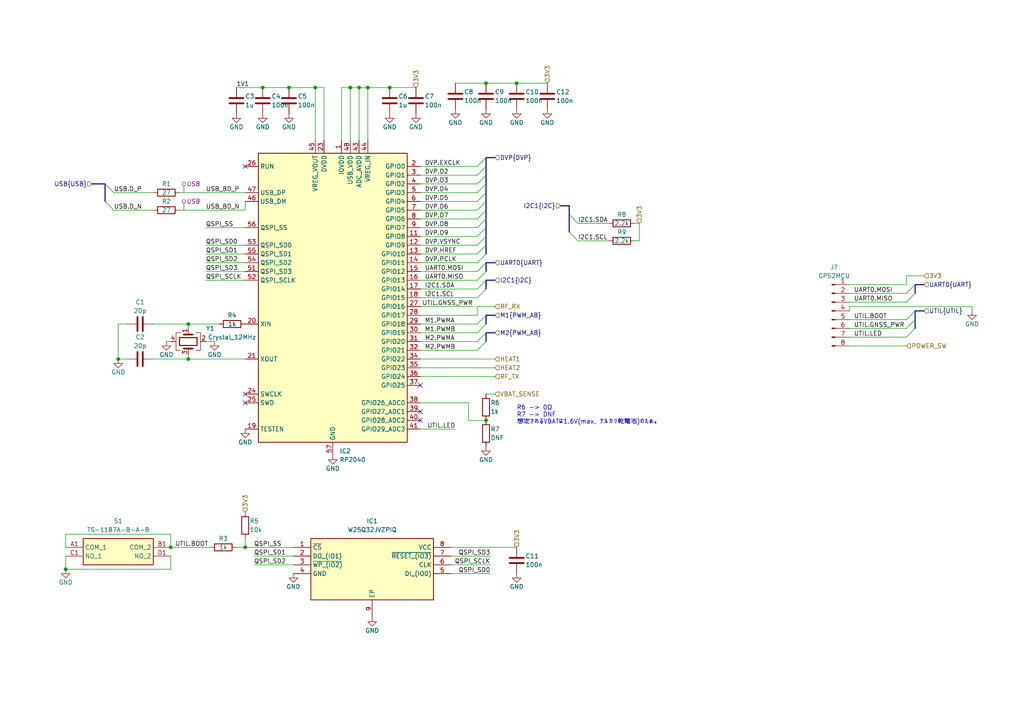
<source format=kicad_sch>
(kicad_sch (version 20230121) (generator eeschema)
  (paper "A4")
  (lib_symbols
    (symbol "Connector:Conn_01x08_Pin" (pin_names (offset 1.016) hide)
      (property "Reference" "J" (at 0 10.16 0))
      (property "Value" "Conn_01x08_Pin" (at 0 -12.7 0))
      (symbol "Conn_01x08_Pin_1_1"
        (polyline (pts (xy 1.27 -10.16) (xy 0.8636 -10.16)) (stroke (width 0.1524)))
        (polyline (pts (xy 1.27 -7.62) (xy 0.8636 -7.62)) (stroke (width 0.1524)))
        (polyline (pts (xy 1.27 -5.08) (xy 0.8636 -5.08)) (stroke (width 0.1524)))
        (polyline (pts (xy 1.27 -2.54) (xy 0.8636 -2.54)) (stroke (width 0.1524)))
        (polyline (pts (xy 1.27 0) (xy 0.8636 0)) (stroke (width 0.1524)))
        (polyline (pts (xy 1.27 2.54) (xy 0.8636 2.54)) (stroke (width 0.1524)))
        (polyline (pts (xy 1.27 5.08) (xy 0.8636 5.08)) (stroke (width 0.1524)))
        (polyline (pts (xy 1.27 7.62) (xy 0.8636 7.62)) (stroke (width 0.1524)))
        (rectangle (start 0.8636 -10.033) (end 0 -10.287) (stroke (width 0.1524)) (fill (type outline)))
        (rectangle (start 0.8636 -7.493) (end 0 -7.747) (stroke (width 0.1524)) (fill (type outline)))
        (rectangle (start 0.8636 -4.953) (end 0 -5.207) (stroke (width 0.1524)) (fill (type outline)))
        (rectangle (start 0.8636 -2.413) (end 0 -2.667) (stroke (width 0.1524)) (fill (type outline)))
        (rectangle (start 0.8636 0.127) (end 0 -0.127) (stroke (width 0.1524)) (fill (type outline)))
        (rectangle (start 0.8636 2.667) (end 0 2.413) (stroke (width 0.1524)) (fill (type outline)))
        (rectangle (start 0.8636 5.207) (end 0 4.953) (stroke (width 0.1524)) (fill (type outline)))
        (rectangle (start 0.8636 7.747) (end 0 7.493) (stroke (width 0.1524)) (fill (type outline)))
        (pin passive line (at 5.08 7.62 180) (length 3.81) (name "Pin_1") (number "1"))
        (pin passive line (at 5.08 5.08 180) (length 3.81) (name "Pin_2") (number "2"))
        (pin passive line (at 5.08 2.54 180) (length 3.81) (name "Pin_3") (number "3"))
        (pin passive line (at 5.08 0 180) (length 3.81) (name "Pin_4") (number "4"))
        (pin passive line (at 5.08 -2.54 180) (length 3.81) (name "Pin_5") (number "5"))
        (pin passive line (at 5.08 -5.08 180) (length 3.81) (name "Pin_6") (number "6"))
        (pin passive line (at 5.08 -7.62 180) (length 3.81) (name "Pin_7") (number "7"))
        (pin passive line (at 5.08 -10.16 180) (length 3.81) (name "Pin_8") (number "8"))
      )
    )
    (symbol "Device:C" (pin_numbers hide) (pin_names (offset 0.254))
      (property "Reference" "C" (at 0.635 2.54 0))
      (property "Value" "C" (at 0.635 -2.54 0))
      (symbol "C_0_1"
        (polyline (pts (xy -2.032 -0.762) (xy 2.032 -0.762)) (stroke (width 0.508)))
        (polyline (pts (xy -2.032 0.762) (xy 2.032 0.762)) (stroke (width 0.508)))
      )
      (symbol "C_1_1"
        (pin passive line (at 0 3.81 270) (length 2.794) (name "~") (number "1"))
        (pin passive line (at 0 -3.81 90) (length 2.794) (name "~") (number "2"))
      )
    )
    (symbol "Device:Crystal_GND24" (pin_names (offset 1.016) hide)
      (property "Reference" "Y" (at 3.175 5.08 0))
      (property "Value" "Crystal_GND24" (at 3.175 3.175 0))
      (symbol "Crystal_GND24_0_1"
        (rectangle (start -1.143 2.54) (end 1.143 -2.54) (stroke (width 0.3048)))
        (polyline (pts (xy -2.54 0) (xy -2.032 0)))
        (polyline (pts (xy -2.032 -1.27) (xy -2.032 1.27)) (stroke (width 0.508)))
        (polyline (pts (xy 0 -3.81) (xy 0 -3.556)))
        (polyline (pts (xy 0 3.556) (xy 0 3.81)))
        (polyline (pts (xy 2.032 -1.27) (xy 2.032 1.27)) (stroke (width 0.508)))
        (polyline (pts (xy 2.032 0) (xy 2.54 0)))
        (polyline (pts (xy -2.54 -2.286) (xy -2.54 -3.556) (xy 2.54 -3.556) (xy 2.54 -2.286)))
        (polyline (pts (xy -2.54 2.286) (xy -2.54 3.556) (xy 2.54 3.556) (xy 2.54 2.286)))
      )
      (symbol "Crystal_GND24_1_1"
        (pin passive line (at -3.81 0 0) (length 1.27) (name "1") (number "1"))
        (pin passive line (at 0 5.08 270) (length 1.27) (name "2") (number "2"))
        (pin passive line (at 3.81 0 180) (length 1.27) (name "3") (number "3"))
        (pin passive line (at 0 -5.08 90) (length 1.27) (name "4") (number "4"))
      )
    )
    (symbol "Device:R" (pin_numbers hide) (pin_names (offset 0))
      (property "Reference" "R" (at 2.032 0 90))
      (property "Value" "R" (at 0 0 90))
      (symbol "R_0_1"
        (rectangle (start -1.016 -2.54) (end 1.016 2.54) (stroke (width 0.254)))
      )
      (symbol "R_1_1"
        (pin passive line (at 0 3.81 270) (length 1.27) (name "~") (number "1"))
        (pin passive line (at 0 -3.81 90) (length 1.27) (name "~") (number "2"))
      )
    )
    (symbol "MCU_RaspberryPi:RP2040"
      (property "Reference" "U" (at 17.78 45.72 0))
      (property "Value" "RP2040" (at 17.78 43.18 0))
      (symbol "RP2040_0_1"
        (rectangle (start -21.59 41.91) (end 21.59 -41.91) (stroke (width 0.254)) (fill (type background)))
      )
      (symbol "RP2040_1_1"
        (pin power_in line (at 2.54 45.72 270) (length 3.81) (name "IOVDD") (number "1"))
        (pin passive line (at 2.54 45.72 270) (length 3.81) hide (name "IOVDD") (number "10"))
        (pin bidirectional line (at 25.4 17.78 180) (length 3.81) (name "GPIO8") (number "11"))
        (pin bidirectional line (at 25.4 15.24 180) (length 3.81) (name "GPIO9") (number "12"))
        (pin bidirectional line (at 25.4 12.7 180) (length 3.81) (name "GPIO10") (number "13"))
        (pin bidirectional line (at 25.4 10.16 180) (length 3.81) (name "GPIO11") (number "14"))
        (pin bidirectional line (at 25.4 7.62 180) (length 3.81) (name "GPIO12") (number "15"))
        (pin bidirectional line (at 25.4 5.08 180) (length 3.81) (name "GPIO13") (number "16"))
        (pin bidirectional line (at 25.4 2.54 180) (length 3.81) (name "GPIO14") (number "17"))
        (pin bidirectional line (at 25.4 0 180) (length 3.81) (name "GPIO15") (number "18"))
        (pin input line (at -25.4 -38.1 0) (length 3.81) (name "TESTEN") (number "19"))
        (pin bidirectional line (at 25.4 38.1 180) (length 3.81) (name "GPIO0") (number "2"))
        (pin input line (at -25.4 -7.62 0) (length 3.81) (name "XIN") (number "20"))
        (pin passive line (at -25.4 -17.78 0) (length 3.81) (name "XOUT") (number "21"))
        (pin passive line (at 2.54 45.72 270) (length 3.81) hide (name "IOVDD") (number "22"))
        (pin power_in line (at -2.54 45.72 270) (length 3.81) (name "DVDD") (number "23"))
        (pin input line (at -25.4 -27.94 0) (length 3.81) (name "SWCLK") (number "24"))
        (pin bidirectional line (at -25.4 -30.48 0) (length 3.81) (name "SWD") (number "25"))
        (pin input line (at -25.4 38.1 0) (length 3.81) (name "RUN") (number "26"))
        (pin bidirectional line (at 25.4 -2.54 180) (length 3.81) (name "GPIO16") (number "27"))
        (pin bidirectional line (at 25.4 -5.08 180) (length 3.81) (name "GPIO17") (number "28"))
        (pin bidirectional line (at 25.4 -7.62 180) (length 3.81) (name "GPIO18") (number "29"))
        (pin bidirectional line (at 25.4 35.56 180) (length 3.81) (name "GPIO1") (number "3"))
        (pin bidirectional line (at 25.4 -10.16 180) (length 3.81) (name "GPIO19") (number "30"))
        (pin bidirectional line (at 25.4 -12.7 180) (length 3.81) (name "GPIO20") (number "31"))
        (pin bidirectional line (at 25.4 -15.24 180) (length 3.81) (name "GPIO21") (number "32"))
        (pin passive line (at 2.54 45.72 270) (length 3.81) hide (name "IOVDD") (number "33"))
        (pin bidirectional line (at 25.4 -17.78 180) (length 3.81) (name "GPIO22") (number "34"))
        (pin bidirectional line (at 25.4 -20.32 180) (length 3.81) (name "GPIO23") (number "35"))
        (pin bidirectional line (at 25.4 -22.86 180) (length 3.81) (name "GPIO24") (number "36"))
        (pin bidirectional line (at 25.4 -25.4 180) (length 3.81) (name "GPIO25") (number "37"))
        (pin bidirectional line (at 25.4 -30.48 180) (length 3.81) (name "GPIO26_ADC0") (number "38"))
        (pin bidirectional line (at 25.4 -33.02 180) (length 3.81) (name "GPIO27_ADC1") (number "39"))
        (pin bidirectional line (at 25.4 33.02 180) (length 3.81) (name "GPIO2") (number "4"))
        (pin bidirectional line (at 25.4 -35.56 180) (length 3.81) (name "GPIO28_ADC2") (number "40"))
        (pin bidirectional line (at 25.4 -38.1 180) (length 3.81) (name "GPIO29_ADC3") (number "41"))
        (pin passive line (at 2.54 45.72 270) (length 3.81) hide (name "IOVDD") (number "42"))
        (pin power_in line (at 7.62 45.72 270) (length 3.81) (name "ADC_AVDD") (number "43"))
        (pin power_in line (at 10.16 45.72 270) (length 3.81) (name "VREG_IN") (number "44"))
        (pin power_out line (at -5.08 45.72 270) (length 3.81) (name "VREG_VOUT") (number "45"))
        (pin bidirectional line (at -25.4 27.94 0) (length 3.81) (name "USB_DM") (number "46"))
        (pin bidirectional line (at -25.4 30.48 0) (length 3.81) (name "USB_DP") (number "47"))
        (pin power_in line (at 5.08 45.72 270) (length 3.81) (name "USB_VDD") (number "48"))
        (pin passive line (at 2.54 45.72 270) (length 3.81) hide (name "IOVDD") (number "49"))
        (pin bidirectional line (at 25.4 30.48 180) (length 3.81) (name "GPIO3") (number "5"))
        (pin passive line (at -2.54 45.72 270) (length 3.81) hide (name "DVDD") (number "50"))
        (pin bidirectional line (at -25.4 7.62 0) (length 3.81) (name "QSPI_SD3") (number "51"))
        (pin output line (at -25.4 5.08 0) (length 3.81) (name "QSPI_SCLK") (number "52"))
        (pin bidirectional line (at -25.4 15.24 0) (length 3.81) (name "QSPI_SD0") (number "53"))
        (pin bidirectional line (at -25.4 10.16 0) (length 3.81) (name "QSPI_SD2") (number "54"))
        (pin bidirectional line (at -25.4 12.7 0) (length 3.81) (name "QSPI_SD1") (number "55"))
        (pin bidirectional line (at -25.4 20.32 0) (length 3.81) (name "QSPI_SS") (number "56"))
        (pin power_in line (at 0 -45.72 90) (length 3.81) (name "GND") (number "57"))
        (pin bidirectional line (at 25.4 27.94 180) (length 3.81) (name "GPIO4") (number "6"))
        (pin bidirectional line (at 25.4 25.4 180) (length 3.81) (name "GPIO5") (number "7"))
        (pin bidirectional line (at 25.4 22.86 180) (length 3.81) (name "GPIO6") (number "8"))
        (pin bidirectional line (at 25.4 20.32 180) (length 3.81) (name "GPIO7") (number "9"))
      )
    )
    (symbol "SamacSys_Parts:TS-1187A-B-A-B"
      (property "Reference" "S" (at 26.67 7.62 0))
      (property "Value" "TS-1187A-B-A-B" (at 26.67 5.08 0))
      (symbol "TS-1187A-B-A-B_1_1"
        (rectangle (start 5.08 2.54) (end 25.4 -5.08) (stroke (width 0.254)) (fill (type background)))
        (pin passive line (at 0 0 0) (length 5.08) (name "COM_1") (number "A1"))
        (pin passive line (at 30.48 0 180) (length 5.08) (name "COM_2") (number "B1"))
        (pin passive line (at 0 -2.54 0) (length 5.08) (name "NO_1") (number "C1"))
        (pin passive line (at 30.48 -2.54 180) (length 5.08) (name "NO_2") (number "D1"))
      )
    )
    (symbol "SamacSys_Parts:W25Q32JVZPIQ"
      (property "Reference" "IC" (at 41.91 7.62 0))
      (property "Value" "W25Q32JVZPIQ" (at 41.91 5.08 0))
      (symbol "W25Q32JVZPIQ_1_1"
        (rectangle (start 5.08 2.54) (end 40.64 -15.24) (stroke (width 0.254)) (fill (type background)))
        (pin passive line (at 0 0 0) (length 5.08) (name "~{CS}") (number "1"))
        (pin passive line (at 0 -2.54 0) (length 5.08) (name "DO_(IO1)") (number "2"))
        (pin passive line (at 0 -5.08 0) (length 5.08) (name "~{WP_(IO2)}") (number "3"))
        (pin passive line (at 0 -7.62 0) (length 5.08) (name "GND") (number "4"))
        (pin passive line (at 45.72 -7.62 180) (length 5.08) (name "DI_(IO0)") (number "5"))
        (pin passive line (at 45.72 -5.08 180) (length 5.08) (name "CLK") (number "6"))
        (pin passive line (at 45.72 -2.54 180) (length 5.08) (name "~{RESET_(IO3)}") (number "7"))
        (pin passive line (at 45.72 0 180) (length 5.08) (name "VCC") (number "8"))
        (pin passive line (at 22.86 -20.32 90) (length 5.08) (name "EP") (number "9"))
      )
    )
    (symbol "power:GND" (power) (pin_names (offset 0))
      (property "Value" "GND" (at 0 -3.81 0))
      (symbol "GND_0_1"
        (polyline (pts (xy 0 0) (xy 0 -1.27) (xy 1.27 -1.27) (xy 0 -2.54) (xy -1.27 -1.27) (xy 0 -1.27)))
      )
      (symbol "GND_1_1"
        (pin power_in line (at 0 0 270) (length 0) hide (name "GND") (number "1"))
      )
    )
  )
  (bus_alias "DVP" (members "D[2..9]" "VSYNC" "HREF" "PCLK" "EXCLK"))
  (bus_alias "PWM_AB" (members "PWMA" "PWMB"))
  (bus_alias "UART" (members "MISO" "MOSI"))
  (bus_alias "UTIL" (members "BOOT" "GNSS_PWR" "LED"))
  (junction (at 106.68 25.4))
  (junction (at 54.61 104.14))
  (junction (at 83.82 25.4))
  (junction (at 140.97 24.13))
  (junction (at 49.53 158.75))
  (junction (at 19.05 165.1))
  (junction (at 104.14 25.4))
  (junction (at 76.2 25.4))
  (junction (at 140.97 121.92))
  (junction (at 71.12 158.75))
  (junction (at 34.29 104.14))
  (junction (at 149.86 24.13))
  (junction (at 91.44 25.4))
  (junction (at 113.03 25.4))
  (junction (at 54.61 93.98))
  (junction (at 101.6 25.4))
  (no_connect (at 121.92 111.76))
  (no_connect (at 121.92 119.38))
  (no_connect (at 71.12 116.84))
  (no_connect (at 71.12 114.3))
  (no_connect (at 71.12 48.26))
  (no_connect (at 121.92 121.92))
  (bus_entry (at 138.43 63.5) (size 2.54 -2.54))
  (bus_entry (at 262.89 92.71) (size 2.54 -2.54))
  (bus_entry (at 138.43 71.12) (size 2.54 -2.54))
  (bus_entry (at 138.43 83.82) (size 2.54 -2.54))
  (bus_entry (at 30.48 58.42) (size 2.54 2.54))
  (bus_entry (at 30.48 53.34) (size 2.54 2.54))
  (bus_entry (at 138.43 86.36) (size 2.54 -2.54))
  (bus_entry (at 138.43 78.74) (size 2.54 -2.54))
  (bus_entry (at 262.89 97.79) (size 2.54 -2.54))
  (bus_entry (at 138.43 48.26) (size 2.54 -2.54))
  (bus_entry (at 138.43 99.06) (size 2.54 -2.54))
  (bus_entry (at 138.43 68.58) (size 2.54 -2.54))
  (bus_entry (at 167.64 64.77) (size -2.54 -2.54))
  (bus_entry (at 138.43 81.28) (size 2.54 -2.54))
  (bus_entry (at 262.89 85.09) (size 2.54 -2.54))
  (bus_entry (at 138.43 93.98) (size 2.54 -2.54))
  (bus_entry (at 138.43 58.42) (size 2.54 -2.54))
  (bus_entry (at 138.43 53.34) (size 2.54 -2.54))
  (bus_entry (at 138.43 101.6) (size 2.54 -2.54))
  (bus_entry (at 138.43 76.2) (size 2.54 -2.54))
  (bus_entry (at 262.89 87.63) (size 2.54 -2.54))
  (bus_entry (at 262.89 95.25) (size 2.54 -2.54))
  (bus_entry (at 138.43 50.8) (size 2.54 -2.54))
  (bus_entry (at 167.64 69.85) (size -2.54 -2.54))
  (bus_entry (at 138.43 55.88) (size 2.54 -2.54))
  (bus_entry (at 138.43 60.96) (size 2.54 -2.54))
  (bus_entry (at 138.43 73.66) (size 2.54 -2.54))
  (bus_entry (at 138.43 96.52) (size 2.54 -2.54))
  (bus_entry (at 138.43 66.04) (size 2.54 -2.54))
  (wire (pts (xy 121.92 124.46) (xy 132.08 124.46)))
  (wire (pts (xy 49.53 158.75) (xy 60.96 158.75)))
  (bus (pts (xy 140.97 71.12) (xy 140.97 68.58)))
  (wire (pts (xy 59.69 66.04) (xy 71.12 66.04)))
  (wire (pts (xy 262.89 80.01) (xy 267.97 80.01)))
  (wire (pts (xy 93.98 25.4) (xy 91.44 25.4)))
  (wire (pts (xy 59.69 78.74) (xy 71.12 78.74)))
  (wire (pts (xy 137.16 88.9) (xy 121.92 88.9)))
  (wire (pts (xy 91.44 25.4) (xy 91.44 40.64)))
  (wire (pts (xy 262.89 80.01) (xy 262.89 82.55)))
  (wire (pts (xy 176.53 64.77) (xy 167.64 64.77)))
  (wire (pts (xy 33.02 55.88) (xy 44.45 55.88)))
  (bus (pts (xy 140.97 93.98) (xy 140.97 91.44)))
  (wire (pts (xy 99.06 25.4) (xy 99.06 40.64)))
  (wire (pts (xy 121.92 73.66) (xy 138.43 73.66)))
  (wire (pts (xy 101.6 25.4) (xy 99.06 25.4)))
  (wire (pts (xy 59.69 76.2) (xy 71.12 76.2)))
  (wire (pts (xy 54.61 93.98) (xy 54.61 95.25)))
  (wire (pts (xy 121.92 101.6) (xy 138.43 101.6)))
  (wire (pts (xy 71.12 156.21) (xy 71.12 158.75)))
  (bus (pts (xy 26.67 53.34) (xy 30.48 53.34)))
  (bus (pts (xy 165.1 59.69) (xy 162.56 59.69)))
  (wire (pts (xy 135.89 116.84) (xy 121.92 116.84)))
  (wire (pts (xy 34.29 93.98) (xy 34.29 104.14)))
  (wire (pts (xy 34.29 104.14) (xy 36.83 104.14)))
  (wire (pts (xy 121.92 53.34) (xy 138.43 53.34)))
  (bus (pts (xy 140.97 99.06) (xy 140.97 96.52)))
  (bus (pts (xy 140.97 48.26) (xy 140.97 45.72)))
  (wire (pts (xy 120.65 25.4) (xy 113.03 25.4)))
  (wire (pts (xy 121.92 91.44) (xy 138.43 91.44)))
  (bus (pts (xy 265.43 92.71) (xy 265.43 90.17)))
  (wire (pts (xy 91.44 25.4) (xy 83.82 25.4)))
  (wire (pts (xy 121.92 71.12) (xy 138.43 71.12)))
  (wire (pts (xy 121.92 55.88) (xy 138.43 55.88)))
  (bus (pts (xy 140.97 96.52) (xy 143.51 96.52)))
  (wire (pts (xy 68.58 158.75) (xy 71.12 158.75)))
  (wire (pts (xy 104.14 25.4) (xy 104.14 40.64)))
  (wire (pts (xy 130.81 166.37) (xy 142.24 166.37)))
  (wire (pts (xy 121.92 99.06) (xy 138.43 99.06)))
  (wire (pts (xy 101.6 25.4) (xy 101.6 40.64)))
  (wire (pts (xy 93.98 25.4) (xy 93.98 40.64)))
  (wire (pts (xy 121.92 106.68) (xy 143.51 106.68)))
  (wire (pts (xy 121.92 76.2) (xy 138.43 76.2)))
  (bus (pts (xy 140.97 60.96) (xy 140.97 58.42)))
  (wire (pts (xy 19.05 165.1) (xy 49.53 165.1)))
  (bus (pts (xy 140.97 91.44) (xy 143.51 91.44)))
  (wire (pts (xy 73.66 161.29) (xy 85.09 161.29)))
  (wire (pts (xy 246.38 97.79) (xy 262.89 97.79)))
  (wire (pts (xy 36.83 93.98) (xy 34.29 93.98)))
  (bus (pts (xy 140.97 53.34) (xy 140.97 50.8)))
  (wire (pts (xy 76.2 25.4) (xy 68.58 25.4)))
  (wire (pts (xy 52.07 55.88) (xy 71.12 55.88)))
  (wire (pts (xy 121.92 50.8) (xy 138.43 50.8)))
  (bus (pts (xy 140.97 68.58) (xy 140.97 66.04)))
  (bus (pts (xy 265.43 90.17) (xy 267.97 90.17)))
  (wire (pts (xy 246.38 88.9) (xy 246.38 90.17)))
  (bus (pts (xy 140.97 50.8) (xy 140.97 48.26)))
  (wire (pts (xy 54.61 93.98) (xy 63.5 93.98)))
  (bus (pts (xy 140.97 45.72) (xy 143.51 45.72)))
  (wire (pts (xy 19.05 154.94) (xy 49.53 154.94)))
  (wire (pts (xy 185.42 64.77) (xy 185.42 69.85)))
  (wire (pts (xy 138.43 91.44) (xy 138.43 88.9)))
  (wire (pts (xy 49.53 165.1) (xy 49.53 161.29)))
  (wire (pts (xy 33.02 60.96) (xy 44.45 60.96)))
  (wire (pts (xy 106.68 25.4) (xy 113.03 25.4)))
  (wire (pts (xy 121.92 83.82) (xy 138.43 83.82)))
  (wire (pts (xy 140.97 121.92) (xy 135.89 121.92)))
  (wire (pts (xy 19.05 161.29) (xy 19.05 165.1)))
  (wire (pts (xy 121.92 58.42) (xy 138.43 58.42)))
  (wire (pts (xy 121.92 81.28) (xy 138.43 81.28)))
  (wire (pts (xy 130.81 161.29) (xy 142.24 161.29)))
  (bus (pts (xy 30.48 58.42) (xy 30.48 53.34)))
  (wire (pts (xy 48.26 99.06) (xy 49.53 99.06)))
  (wire (pts (xy 121.92 60.96) (xy 138.43 60.96)))
  (wire (pts (xy 59.69 81.28) (xy 71.12 81.28)))
  (wire (pts (xy 106.68 25.4) (xy 106.68 40.64)))
  (wire (pts (xy 149.86 158.75) (xy 130.81 158.75)))
  (bus (pts (xy 265.43 95.25) (xy 265.43 92.71)))
  (wire (pts (xy 246.38 100.33) (xy 262.89 100.33)))
  (wire (pts (xy 52.07 60.96) (xy 71.12 60.96)))
  (bus (pts (xy 140.97 83.82) (xy 140.97 81.28)))
  (wire (pts (xy 19.05 158.75) (xy 19.05 154.94)))
  (wire (pts (xy 121.92 68.58) (xy 138.43 68.58)))
  (wire (pts (xy 71.12 60.96) (xy 71.12 58.42)))
  (bus (pts (xy 140.97 78.74) (xy 140.97 76.2)))
  (wire (pts (xy 121.92 96.52) (xy 138.43 96.52)))
  (wire (pts (xy 262.89 82.55) (xy 246.38 82.55)))
  (wire (pts (xy 49.53 154.94) (xy 49.53 158.75)))
  (bus (pts (xy 265.43 82.55) (xy 267.97 82.55)))
  (wire (pts (xy 62.23 99.06) (xy 59.69 99.06)))
  (wire (pts (xy 121.92 109.22) (xy 143.51 109.22)))
  (wire (pts (xy 83.82 25.4) (xy 76.2 25.4)))
  (wire (pts (xy 104.14 25.4) (xy 101.6 25.4)))
  (bus (pts (xy 140.97 58.42) (xy 140.97 55.88)))
  (wire (pts (xy 140.97 24.13) (xy 149.86 24.13)))
  (wire (pts (xy 54.61 104.14) (xy 71.12 104.14)))
  (wire (pts (xy 246.38 95.25) (xy 262.89 95.25)))
  (wire (pts (xy 44.45 104.14) (xy 54.61 104.14)))
  (wire (pts (xy 71.12 158.75) (xy 85.09 158.75)))
  (wire (pts (xy 140.97 24.13) (xy 132.08 24.13)))
  (wire (pts (xy 176.53 69.85) (xy 167.64 69.85)))
  (wire (pts (xy 135.89 121.92) (xy 135.89 116.84)))
  (wire (pts (xy 138.43 88.9) (xy 143.51 88.9)))
  (wire (pts (xy 281.94 88.9) (xy 246.38 88.9)))
  (bus (pts (xy 140.97 76.2) (xy 143.51 76.2)))
  (wire (pts (xy 246.38 87.63) (xy 262.89 87.63)))
  (wire (pts (xy 281.94 88.9) (xy 281.94 90.17)))
  (bus (pts (xy 140.97 66.04) (xy 140.97 63.5)))
  (bus (pts (xy 165.1 62.23) (xy 165.1 59.69)))
  (wire (pts (xy 130.81 163.83) (xy 142.24 163.83)))
  (bus (pts (xy 140.97 55.88) (xy 140.97 53.34)))
  (wire (pts (xy 121.92 48.26) (xy 138.43 48.26)))
  (wire (pts (xy 54.61 102.87) (xy 54.61 104.14)))
  (wire (pts (xy 121.92 66.04) (xy 138.43 66.04)))
  (bus (pts (xy 140.97 73.66) (xy 140.97 71.12)))
  (wire (pts (xy 143.51 104.14) (xy 121.92 104.14)))
  (wire (pts (xy 121.92 63.5) (xy 138.43 63.5)))
  (wire (pts (xy 73.66 163.83) (xy 85.09 163.83)))
  (wire (pts (xy 184.15 69.85) (xy 185.42 69.85)))
  (wire (pts (xy 59.69 71.12) (xy 71.12 71.12)))
  (wire (pts (xy 59.69 73.66) (xy 71.12 73.66)))
  (wire (pts (xy 143.51 114.3) (xy 140.97 114.3)))
  (wire (pts (xy 104.14 25.4) (xy 106.68 25.4)))
  (wire (pts (xy 121.92 78.74) (xy 138.43 78.74)))
  (bus (pts (xy 140.97 63.5) (xy 140.97 60.96)))
  (wire (pts (xy 44.45 93.98) (xy 54.61 93.98)))
  (bus (pts (xy 140.97 81.28) (xy 143.51 81.28)))
  (bus (pts (xy 265.43 85.09) (xy 265.43 82.55)))
  (wire (pts (xy 246.38 92.71) (xy 262.89 92.71)))
  (wire (pts (xy 185.42 64.77) (xy 184.15 64.77)))
  (wire (pts (xy 121.92 86.36) (xy 138.43 86.36)))
  (bus (pts (xy 165.1 67.31) (xy 165.1 62.23)))
  (wire (pts (xy 149.86 24.13) (xy 158.75 24.13)))
  (wire (pts (xy 246.38 85.09) (xy 262.89 85.09)))
  (wire (pts (xy 121.92 93.98) (xy 138.43 93.98)))
  (text "R6 -> 0Ω\nR7 -> DNF\n想定されるVBATは1.6V(max, アルカリ乾電池)のため。" (at 149.86 123.19 0) (effects (font (size 1.27 1.27)) (justify left bottom)))
  (label "QSPI_SS" (at 73.66 158.75 0))
  (label "UTIL.LED" (at 247.65 97.79 0))
  (label "QSPI_SD3" (at 142.24 161.29 180))
  (label "USB_BD_N" (at 59.69 60.96 0))
  (label "M1.PWMA" (at 123.19 93.98 0))
  (label "UTIL.BOOT" (at 247.65 92.71 0))
  (label "QSPI_SCLK" (at 142.24 163.83 180))
  (label "USB.D_N" (at 33.02 60.96 0))
  (label "QSPI_SD3" (at 59.69 78.74 0))
  (label "DVP.HREF" (at 123.19 73.66 0))
  (label "I2C1.SDA" (at 167.64 64.77 0))
  (label "UART0.MISO" (at 247.65 87.63 0))
  (label "DVP.D3" (at 123.19 53.34 0))
  (label "UTIL.LED" (at 132.08 124.46 180))
  (label "UTIL.GNSS_PWR" (at 247.65 95.25 0))
  (label "DVP.EXCLK" (at 123.19 48.26 0))
  (label "UTIL.BOOT" (at 50.8 158.75 0))
  (label "QSPI_SD0" (at 59.69 71.12 0))
  (label "USB.D_P" (at 33.02 55.88 0))
  (label "DVP.D7" (at 123.19 63.5 0))
  (label "DVP.D9" (at 123.19 68.58 0))
  (label "UART0.MISO" (at 123.19 81.28 0))
  (label "QSPI_SS" (at 59.69 66.04 0))
  (label "1V1" (at 68.58 25.4 0))
  (label "I2C1.SCL" (at 167.64 69.85 0))
  (label "UART0.MOSI" (at 123.19 78.74 0))
  (label "DVP.D4" (at 123.19 55.88 0))
  (label "I2C1.SCL" (at 123.19 86.36 0))
  (label "DVP.D8" (at 123.19 66.04 0))
  (label "M2.PWMB" (at 123.19 101.6 0))
  (label "DVP.VSYNC" (at 123.19 71.12 0))
  (label "UART0.MOSI" (at 247.65 85.09 0))
  (label "QSPI_SD2" (at 59.69 76.2 0))
  (label "QSPI_SD2" (at 73.66 163.83 0))
  (label "UTIL.GNSS_PWR" (at 137.16 88.9 180))
  (label "QSPI_SCLK" (at 59.69 81.28 0))
  (label "M1.PWMB" (at 123.19 96.52 0))
  (label "M2.PWMA" (at 123.19 99.06 0))
  (label "USB_BD_P" (at 59.69 55.88 0))
  (label "QSPI_SD1" (at 73.66 161.29 0))
  (label "QSPI_SD0" (at 142.24 166.37 180))
  (label "I2C1.SDA" (at 123.19 83.82 0))
  (label "DVP.D2" (at 123.19 50.8 0))
  (label "DVP.D5" (at 123.19 58.42 0))
  (label "DVP.PCLK" (at 123.19 76.2 0))
  (label "DVP.D6" (at 123.19 60.96 0))
  (label "QSPI_SD1" (at 59.69 73.66 0))
  (hierarchical_label "UART0{UART}" (shape input) (at 267.97 82.55 0))
  (hierarchical_label "USB{USB}" (shape input) (at 26.67 53.34 180))
  (hierarchical_label "3V3" (shape input) (at 267.97 80.01 0))
  (hierarchical_label "UART0{UART}" (shape input) (at 143.51 76.2 0))
  (hierarchical_label "3V3" (shape input) (at 120.65 25.4 90))
  (hierarchical_label "3V3" (shape input) (at 149.86 158.75 90))
  (hierarchical_label "3V3" (shape input) (at 158.75 24.13 90))
  (hierarchical_label "HEAT1" (shape input) (at 143.51 104.14 0))
  (hierarchical_label "UTIL{UTIL}" (shape input) (at 267.97 90.17 0))
  (hierarchical_label "3V3" (shape input) (at 185.42 64.77 90))
  (hierarchical_label "M2{PWM_AB}" (shape input) (at 143.51 96.52 0))
  (hierarchical_label "DVP{DVP}" (shape input) (at 143.51 45.72 0))
  (hierarchical_label "3V3" (shape input) (at 71.12 148.59 90))
  (hierarchical_label "VBAT_SENSE" (shape input) (at 143.51 114.3 0))
  (hierarchical_label "RF_RX" (shape input) (at 143.51 88.9 0))
  (hierarchical_label "HEAT2" (shape input) (at 143.51 106.68 0))
  (hierarchical_label "I2C1{I2C}" (shape input) (at 162.56 59.69 180))
  (hierarchical_label "M1{PWM_AB}" (shape input) (at 143.51 91.44 0))
  (hierarchical_label "RF_TX" (shape input) (at 143.51 109.22 0))
  (hierarchical_label "I2C1{I2C}" (shape input) (at 143.51 81.28 0))
  (hierarchical_label "POWER_SW" (shape input) (at 262.89 100.33 0))
  (netclass_flag "" (length 2.54) (shape round) (at 53.34 60.96 0) (property "Netclass" "USB" (at 54.0385 58.42 0) (effects (font italic) (justify left))))
  (netclass_flag "" (length 2.54) (shape round) (at 53.34 55.88 0) (property "Netclass" "USB" (at 54.0385 53.34 0) (effects (font italic) (justify left))))
  (symbol (lib_id "power:GND") (at 149.86 31.75 0) (unit 1)
    (property "Reference" "#PWR019" (effects hide))
    (property "Value" "GND" (at 149.86 35.56 0))
  )
  (symbol (lib_id "Device:C") (at 158.75 27.94 0) (unit 1)
    (property "Reference" "C12" (at 161.29 26.67 0) (effects (justify left)))
    (property "Value" "100n" (at 161.29 29.21 0) (effects (justify left)))
    (property "Footprint" "Capacitor_SMD:C_0402_1005Metric" (effects hide))
    (property "LCSC" "C83056" (effects hide))
  )
  (symbol (lib_id "Device:R") (at 140.97 125.73 0) (unit 1)
    (property "Reference" "R7" (at 142.24 124.46 0) (effects (justify left)))
    (property "Value" "DNF" (at 142.24 127 0) (effects (justify left)))
    (property "Footprint" "Resistor_SMD:R_0402_1005Metric" (effects hide))
    (property "LCSC" "C2906885" (effects hide))
  )
  (symbol (lib_id "power:GND") (at 34.29 104.14 0) (unit 1)
    (property "Reference" "#PWR04" (effects hide))
    (property "Value" "GND" (at 34.29 107.95 0))
  )
  (symbol (lib_id "Device:C") (at 132.08 27.94 0) (unit 1)
    (property "Reference" "C8" (at 134.62 26.67 0) (effects (justify left)))
    (property "Value" "100n" (at 134.62 29.21 0) (effects (justify left)))
    (property "Footprint" "Capacitor_SMD:C_0402_1005Metric" (effects hide))
    (property "LCSC" "C83056" (effects hide))
  )
  (symbol (lib_id "Device:C") (at 40.64 93.98 90) (unit 1)
    (property "Reference" "C1" (at 40.64 87.63 90))
    (property "Value" "20p" (at 40.64 90.17 90))
    (property "Footprint" "Capacitor_SMD:C_0402_1005Metric" (effects hide))
    (property "LCSC" "C1554" (effects hide))
    (property "Manufacturer_Name" "C1554" (effects hide))
  )
  (symbol (lib_id "Device:C") (at 68.58 29.21 0) (unit 1)
    (property "Reference" "C3" (at 71.12 27.94 0) (effects (justify left)))
    (property "Value" "1u" (at 71.12 30.48 0) (effects (justify left)))
    (property "Footprint" "Capacitor_SMD:C_0402_1005Metric" (effects hide))
    (property "LCSC" "C5137485" (effects hide))
  )
  (symbol (lib_id "Device:Crystal_GND24") (at 54.61 99.06 270) (unit 1)
    (property "Reference" "Y1" (at 60.96 95.25 90))
    (property "Value" "Crystal_12MHz" (at 67.31 97.79 90))
    (property "Footprint" "Crystal:Crystal_SMD_3225-4Pin_3.2x2.5mm" (effects hide))
    (property "LCSC" "C133334" (effects hide))
  )
  (symbol (lib_id "Device:C") (at 140.97 27.94 0) (unit 1)
    (property "Reference" "C9" (at 143.51 26.67 0) (effects (justify left)))
    (property "Value" "100n" (at 143.51 29.21 0) (effects (justify left)))
    (property "Footprint" "Capacitor_SMD:C_0402_1005Metric" (effects hide))
    (property "LCSC" "C83056" (effects hide))
  )
  (symbol (lib_id "power:GND") (at 140.97 31.75 0) (unit 1)
    (property "Reference" "#PWR017" (effects hide))
    (property "Value" "GND" (at 140.97 35.56 0))
  )
  (symbol (lib_id "power:GND") (at 149.86 166.37 0) (unit 1)
    (property "Reference" "#PWR020" (effects hide))
    (property "Value" "GND" (at 149.86 170.18 0))
  )
  (symbol (lib_id "Device:C") (at 113.03 29.21 0) (unit 1)
    (property "Reference" "C6" (at 115.57 27.94 0) (effects (justify left)))
    (property "Value" "1u" (at 115.57 30.48 0) (effects (justify left)))
    (property "Footprint" "Capacitor_SMD:C_0402_1005Metric" (effects hide))
    (property "LCSC" "C5137485" (effects hide))
  )
  (symbol (lib_id "Device:C") (at 149.86 27.94 0) (unit 1)
    (property "Reference" "C10" (at 152.4 26.67 0) (effects (justify left)))
    (property "Value" "100n" (at 152.4 29.21 0) (effects (justify left)))
    (property "Footprint" "Capacitor_SMD:C_0402_1005Metric" (effects hide))
    (property "LCSC" "C83056" (effects hide))
  )
  (symbol (lib_id "power:GND") (at 83.82 33.02 0) (unit 1)
    (property "Reference" "#PWR010" (effects hide))
    (property "Value" "GND" (at 83.82 36.83 0))
  )
  (symbol (lib_id "Device:R") (at 180.34 69.85 270) (mirror x) (unit 1)
    (property "Reference" "R9" (at 180.34 67.31 90))
    (property "Value" "2.2k" (at 180.34 69.85 90))
    (property "Footprint" "Resistor_SMD:R_0402_1005Metric" (effects hide))
    (property "LCSC" "C2906920" (effects hide))
  )
  (symbol (lib_id "power:GND") (at 140.97 129.54 0) (unit 1)
    (property "Reference" "#PWR018" (effects hide))
    (property "Value" "GND" (at 140.97 133.35 0))
  )
  (symbol (lib_id "Device:R") (at 140.97 118.11 0) (unit 1)
    (property "Reference" "R6" (at 142.24 116.84 0) (effects (justify left)))
    (property "Value" "1k" (at 142.24 119.38 0) (effects (justify left)))
    (property "Footprint" "Resistor_SMD:R_0402_1005Metric" (effects hide))
    (property "LCSC" "C2906885" (effects hide))
  )
  (symbol (lib_id "Device:R") (at 64.77 158.75 90) (unit 1)
    (property "Reference" "R3" (at 64.77 156.21 90))
    (property "Value" "1k" (at 64.77 158.75 90))
    (property "Footprint" "Resistor_SMD:R_0402_1005Metric" (effects hide))
    (property "LCSC" "C2906899" (effects hide))
  )
  (symbol (lib_id "power:GND") (at 120.65 33.02 0) (unit 1)
    (property "Reference" "#PWR015" (effects hide))
    (property "Value" "GND" (at 120.65 36.83 0))
  )
  (symbol (lib_id "power:GND") (at 62.23 99.06 0) (unit 1)
    (property "Reference" "#PWR06" (effects hide))
    (property "Value" "GND" (at 62.23 102.87 0))
  )
  (symbol (lib_id "power:GND") (at 132.08 31.75 0) (unit 1)
    (property "Reference" "#PWR016" (effects hide))
    (property "Value" "GND" (at 132.08 35.56 0))
  )
  (symbol (lib_id "Device:R") (at 48.26 60.96 90) (unit 1)
    (property "Reference" "R2" (at 48.26 58.42 90))
    (property "Value" "27" (at 48.26 60.96 90))
    (property "Footprint" "Resistor_SMD:R_0402_1005Metric" (effects hide))
    (property "LCSC" "C2909343" (effects hide))
  )
  (symbol (lib_id "power:GND") (at 71.12 124.46 0) (unit 1)
    (property "Reference" "#PWR08" (effects hide))
    (property "Value" "GND" (at 71.12 128.27 0))
  )
  (symbol (lib_id "power:GND") (at 107.95 179.07 0) (unit 1)
    (property "Reference" "#PWR013" (effects hide))
    (property "Value" "GND" (at 107.95 182.88 0))
  )
  (symbol (lib_id "power:GND") (at 113.03 33.02 0) (unit 1)
    (property "Reference" "#PWR014" (effects hide))
    (property "Value" "GND" (at 113.03 36.83 0))
  )
  (symbol (lib_id "Device:C") (at 76.2 29.21 0) (unit 1)
    (property "Reference" "C4" (at 78.74 27.94 0) (effects (justify left)))
    (property "Value" "100n" (at 78.74 30.48 0) (effects (justify left)))
    (property "Footprint" "Capacitor_SMD:C_0402_1005Metric" (effects hide))
    (property "LCSC" "C83056" (effects hide))
  )
  (symbol (lib_id "Device:R") (at 71.12 152.4 0) (unit 1)
    (property "Reference" "R5" (at 72.39 151.13 0) (effects (justify left)))
    (property "Value" "10k" (at 72.39 153.67 0) (effects (justify left)))
    (property "Footprint" "Resistor_SMD:R_0402_1005Metric" (effects hide))
    (property "LCSC" "C2906885" (effects hide))
  )
  (symbol (lib_id "Device:R") (at 67.31 93.98 90) (unit 1)
    (property "Reference" "R4" (at 67.31 91.44 90))
    (property "Value" "1k" (at 67.31 93.98 90))
    (property "Footprint" "Resistor_SMD:R_0402_1005Metric" (effects hide))
    (property "LCSC" "C2906899" (effects hide))
  )
  (symbol (lib_id "Device:C") (at 120.65 29.21 0) (unit 1)
    (property "Reference" "C7" (at 123.19 27.94 0) (effects (justify left)))
    (property "Value" "100n" (at 123.19 30.48 0) (effects (justify left)))
    (property "Footprint" "Capacitor_SMD:C_0402_1005Metric" (effects hide))
    (property "LCSC" "C83056" (effects hide))
  )
  (symbol (lib_id "Connector:Conn_01x08_Pin") (at 241.3 90.17 0) (unit 1)
    (property "Reference" "J?" (at 241.935 77.47 0))
    (property "Value" "GPS2MCU" (at 241.935 80.01 0))
    (property "Footprint" "Ikafly_lib:GPS2MCU_Conn" (effects hide))
    (instances (project "ikafly_main" (path "" (reference "J?") (unit 1)) (path "" (reference "J3") (unit 1))))
  )
  (symbol (lib_id "SamacSys_Parts:TS-1187A-B-A-B") (at 19.05 158.75 0) (unit 1)
    (property "Reference" "S1" (at 34.29 151.13 0))
    (property "Value" "TS-1187A-B-A-B" (at 34.29 153.67 0))
    (property "Footprint" "SamacSys_Parts:TS1187ABAB" (effects hide))
    (property "Datasheet" "http://www.helloxkb.com/public/images/pdf/TS-1187A-X-X-X.pdf" (effects hide))
    (property "Height" "4.05" (effects hide))
    (property "Manufacturer_Name" "XKB Connectivity" (effects hide))
    (property "Manufacturer_Part_Number" "TS-1187A-B-A-B" (effects hide))
    (property "LCSC" "C318884" (effects hide))
  )
  (symbol (lib_id "power:GND") (at 96.52 132.08 0) (unit 1)
    (property "Reference" "#PWR012" (effects hide))
    (property "Value" "GND" (at 96.52 135.89 0))
  )
  (symbol (lib_id "power:GND") (at 158.75 31.75 0) (unit 1)
    (property "Reference" "#PWR021" (effects hide))
    (property "Value" "GND" (at 158.75 35.56 0))
  )
  (symbol (lib_id "Device:R") (at 48.26 55.88 90) (unit 1)
    (property "Reference" "R1" (at 48.26 53.34 90))
    (property "Value" "27" (at 48.26 55.88 90))
    (property "Footprint" "Resistor_SMD:R_0402_1005Metric" (effects hide))
    (property "LCSC" "C2909343" (effects hide))
  )
  (symbol (lib_id "MCU_RaspberryPi:RP2040") (at 96.52 86.36 0) (unit 1)
    (property "Reference" "IC2" (at 98.4759 130.81 0) (effects (justify left)))
    (property "Value" "RP2040" (at 98.4759 133.35 0) (effects (justify left)))
    (property "Footprint" "Package_DFN_QFN:QFN-56-1EP_7x7mm_P0.4mm_EP3.2x3.2mm" (effects hide))
    (property "Datasheet" "https://datasheets.raspberrypi.com/rp2040/rp2040-datasheet.pdf" (effects hide))
    (property "LCSC" "C2040" (effects hide))
  )
  (symbol (lib_id "Device:C") (at 149.86 162.56 0) (unit 1)
    (property "Reference" "C11" (at 152.4 161.29 0) (effects (justify left)))
    (property "Value" "100n" (at 152.4 163.83 0) (effects (justify left)))
    (property "Footprint" "Capacitor_SMD:C_0402_1005Metric" (effects hide))
    (property "LCSC" "C83056" (effects hide))
  )
  (symbol (lib_id "SamacSys_Parts:W25Q32JVZPIQ") (at 85.09 158.75 0) (unit 1)
    (property "Reference" "IC1" (at 107.95 151.13 0))
    (property "Value" "W25Q32JVZPIQ" (at 107.95 153.67 0))
    (property "Footprint" "SamacSys_Parts:SON127P600X500X80-9N-D" (effects hide))
    (property "Datasheet" "https://www.winbond.com/hq/search-resource-file.jsp?partNo=W25Q32JVZPIQ&type=datasheet" (effects hide))
    (property "Height" "0.8" (effects hide))
    (property "Manufacturer_Name" "Winbond" (effects hide))
    (property "Manufacturer_Part_Number" "W25Q32JVZPIQ" (effects hide))
    (property "LCSC" "C571260" (effects hide))
  )
  (symbol (lib_id "power:GND") (at 48.26 99.06 0) (unit 1)
    (property "Reference" "#PWR05" (effects hide))
    (property "Value" "GND" (at 48.26 102.87 0))
  )
  (symbol (lib_id "power:GND") (at 85.09 166.37 0) (unit 1)
    (property "Reference" "#PWR011" (effects hide))
    (property "Value" "GND" (at 85.09 170.18 0))
  )
  (symbol (lib_id "power:GND") (at 68.58 33.02 0) (unit 1)
    (property "Reference" "#PWR07" (effects hide))
    (property "Value" "GND" (at 68.58 36.83 0))
  )
  (symbol (lib_id "Device:R") (at 180.34 64.77 270) (mirror x) (unit 1)
    (property "Reference" "R8" (at 180.34 62.23 90))
    (property "Value" "2.2k" (at 180.34 64.77 90))
    (property "Footprint" "Resistor_SMD:R_0402_1005Metric" (effects hide))
    (property "LCSC" "C2906920" (effects hide))
  )
  (symbol (lib_id "power:GND") (at 76.2 33.02 0) (unit 1)
    (property "Reference" "#PWR09" (effects hide))
    (property "Value" "GND" (at 76.2 36.83 0))
  )
  (symbol (lib_id "Device:C") (at 83.82 29.21 0) (unit 1)
    (property "Reference" "C5" (at 86.36 27.94 0) (effects (justify left)))
    (property "Value" "100n" (at 86.36 30.48 0) (effects (justify left)))
    (property "Footprint" "Capacitor_SMD:C_0402_1005Metric" (effects hide))
    (property "LCSC" "C83056" (effects hide))
  )
  (symbol (lib_id "Device:C") (at 40.64 104.14 90) (unit 1)
    (property "Reference" "C2" (at 40.64 97.79 90))
    (property "Value" "20p" (at 40.64 100.33 90))
    (property "Footprint" "Capacitor_SMD:C_0402_1005Metric" (effects hide))
    (property "LCSC" "C1554" (effects hide))
    (property "Manufacturer_Name" "C1554" (effects hide))
  )
  (symbol (lib_id "power:GND") (at 281.94 90.17 0) (unit 1)
    (property "Reference" "#PWR024" (effects hide))
    (property "Value" "GND" (at 281.94 93.98 0))
  )
  (symbol (lib_id "power:GND") (at 19.05 165.1 0) (unit 1)
    (property "Reference" "#PWR02" (effects hide))
    (property "Value" "GND" (at 19.05 168.91 0))
  )
)
</source>
